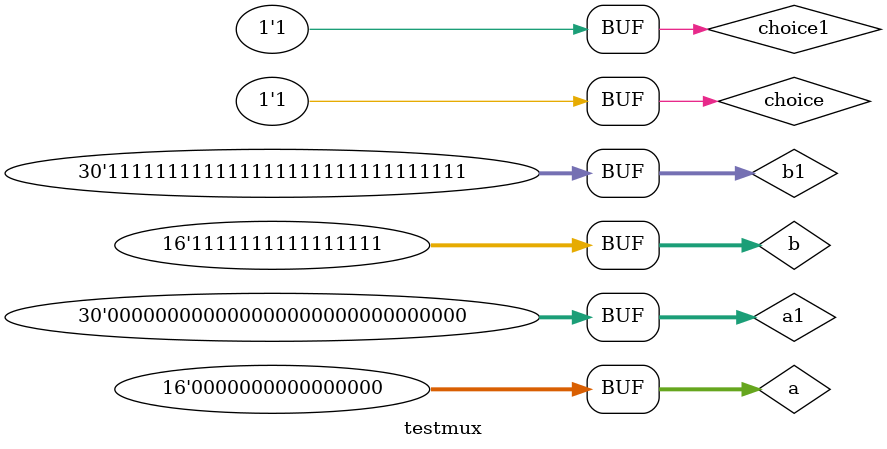
<source format=v>
module testmux();

reg [15:0] a;
reg [15:0] b;

reg choice;
wire [15:0] out;

muxNby2to1 #(16) DUT(out, choice, a, b);
reg [29:0] a1,b1;
reg choice1;
wire [29:0] out1;

muxNby2to1 #(30) DUT1(out1, choice1,a1,b1);
initial begin

        $dumpfile("testmux.t.vcd");
        $dumpvars(0, testmux);
		a = 0;
		b = -1;
		choice = 0;
		#10;
		choice = 1;
		#10;
		a1 = 0;
		b1 = -1;
		choice1 = 0;
		#10;
		choice1 = 1;
		#10;


end


endmodule
</source>
